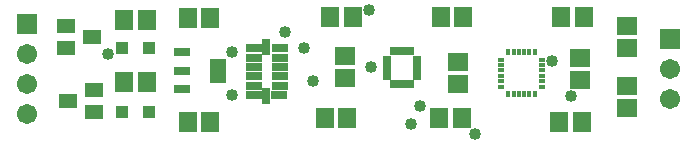
<source format=gbr>
G04 DipTrace 2.2.0.9*
%INTopMask.gbr*%
%MOMM*%
%ADD33C,1.016*%
%ADD39R,1.397X2.032*%
%ADD41R,1.397X0.762*%
%ADD43R,1.397X0.686*%
%ADD45R,0.559X0.452*%
%ADD47R,0.452X0.559*%
%ADD49R,0.508X0.66*%
%ADD51C,1.702*%
%ADD53R,0.754X1.349*%
%ADD55R,1.349X0.754*%
%ADD57R,1.016X1.016*%
%ADD59R,1.702X1.702*%
%ADD61R,1.6X1.194*%
%ADD63R,1.703X1.503*%
%ADD65R,1.503X1.703*%
%ADD67R,0.66X0.508*%
%FSLAX53Y53*%
%SFA1B1*%
%OFA0B0*%
G04*
G71*
G90*
G75*
G01*
%LNTopMask*%
%LPD*%
D33*
X37014Y16863D3*
X41742Y22910D3*
X58833Y15583D3*
X19714Y19137D3*
X50738Y12404D3*
X57291Y18521D3*
X46076Y14755D3*
X41923Y18070D3*
X34638Y21005D3*
X45301Y13179D3*
X36240Y19613D3*
X30131Y15682D3*
Y19295D3*
D67*
X45809Y17231D3*
D65*
X49620Y13738D3*
D63*
X39776Y18978D3*
D65*
X21042Y16755D3*
X39935Y13738D3*
X22947Y21994D3*
D61*
X16120Y21518D3*
D65*
X59781Y13421D3*
D59*
X67238Y20400D3*
D57*
X20883Y14215D3*
D63*
X59622Y18819D3*
D61*
X18502Y14215D3*
D55*
X31997Y19613D3*
Y18832D3*
Y18044D3*
Y17257D3*
Y16470D3*
Y15682D3*
X34200Y19613D3*
X34206Y18832D3*
Y18044D3*
Y17257D3*
Y16470D3*
X34181Y15682D3*
D53*
X33089Y19746D3*
Y15555D3*
D59*
X12786Y21677D3*
D51*
Y19137D3*
Y16597D3*
Y14057D3*
D61*
X18514Y16120D3*
X16292Y15155D3*
X16107Y19613D3*
X18330Y20578D3*
D65*
X21047Y21994D3*
D57*
X23106Y19613D3*
X20871D3*
D65*
X22942Y16755D3*
D57*
X23118Y14215D3*
D65*
X26440Y13421D3*
X28340D3*
X26440Y22153D3*
X28340D3*
X38506Y22312D3*
X40406D3*
D63*
X39776Y17078D3*
D67*
X45809Y17739D3*
Y18247D3*
Y18755D3*
D49*
X45301Y19390D3*
X44793D3*
X44285D3*
X43777D3*
D67*
X43269Y18755D3*
Y18247D3*
Y17739D3*
Y17231D3*
D49*
X43777Y16596D3*
X44285D3*
X44793D3*
X45301D3*
D65*
X47873Y22312D3*
X49773D3*
X59940D3*
X58040D3*
D51*
X67238Y17860D3*
Y15320D3*
D65*
X38035Y13738D3*
D63*
X63591Y19613D3*
Y21513D3*
Y14532D3*
Y16432D3*
D65*
X57881Y13421D3*
D47*
X53557Y15714D3*
X54014D3*
X54446D3*
X54903D3*
X55361D3*
X55818D3*
D45*
X56427Y18660D3*
Y18203D3*
Y17746D3*
Y17289D3*
Y16831D3*
Y16374D3*
D47*
X53557Y19321D3*
X54014D3*
X54446D3*
X54903D3*
X55361D3*
X55818D3*
D45*
X52948Y18660D3*
Y18203D3*
Y17746D3*
Y17289D3*
Y16831D3*
Y16374D3*
D63*
X59622Y16919D3*
X49302Y18502D3*
Y16601D3*
D65*
X47720Y13738D3*
D43*
X25964Y19295D3*
D41*
X25971Y17726D3*
D43*
X25964Y16146D3*
D39*
X29019Y17700D3*
M02*

</source>
